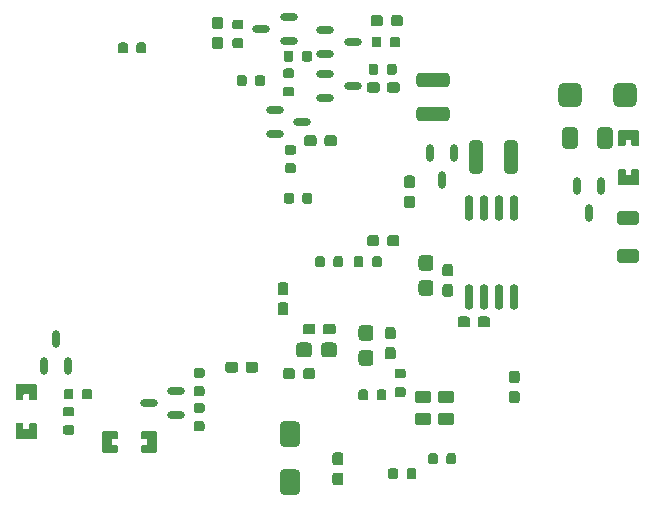
<source format=gbp>
G04 Layer_Color=128*
%FSLAX24Y24*%
%MOIN*%
G70*
G01*
G75*
G04:AMPARAMS|DCode=12|XSize=82.7mil|YSize=78.7mil|CornerRadius=19.7mil|HoleSize=0mil|Usage=FLASHONLY|Rotation=270.000|XOffset=0mil|YOffset=0mil|HoleType=Round|Shape=RoundedRectangle|*
%AMROUNDEDRECTD12*
21,1,0.0827,0.0394,0,0,270.0*
21,1,0.0433,0.0787,0,0,270.0*
1,1,0.0394,-0.0197,-0.0217*
1,1,0.0394,-0.0197,0.0217*
1,1,0.0394,0.0197,0.0217*
1,1,0.0394,0.0197,-0.0217*
%
%ADD12ROUNDEDRECTD12*%
G04:AMPARAMS|DCode=19|XSize=110.2mil|YSize=47.2mil|CornerRadius=11.8mil|HoleSize=0mil|Usage=FLASHONLY|Rotation=90.000|XOffset=0mil|YOffset=0mil|HoleType=Round|Shape=RoundedRectangle|*
%AMROUNDEDRECTD19*
21,1,0.1102,0.0236,0,0,90.0*
21,1,0.0866,0.0472,0,0,90.0*
1,1,0.0236,0.0118,0.0433*
1,1,0.0236,0.0118,-0.0433*
1,1,0.0236,-0.0118,-0.0433*
1,1,0.0236,-0.0118,0.0433*
%
%ADD19ROUNDEDRECTD19*%
G04:AMPARAMS|DCode=53|XSize=54mil|YSize=50mil|CornerRadius=12.5mil|HoleSize=0mil|Usage=FLASHONLY|Rotation=90.000|XOffset=0mil|YOffset=0mil|HoleType=Round|Shape=RoundedRectangle|*
%AMROUNDEDRECTD53*
21,1,0.0540,0.0250,0,0,90.0*
21,1,0.0290,0.0500,0,0,90.0*
1,1,0.0250,0.0125,0.0145*
1,1,0.0250,0.0125,-0.0145*
1,1,0.0250,-0.0125,-0.0145*
1,1,0.0250,-0.0125,0.0145*
%
%ADD53ROUNDEDRECTD53*%
%ADD54O,0.0295X0.0850*%
%ADD55O,0.0591X0.0281*%
%ADD56O,0.0281X0.0591*%
G04:AMPARAMS|DCode=57|XSize=54mil|YSize=50mil|CornerRadius=12.5mil|HoleSize=0mil|Usage=FLASHONLY|Rotation=0.000|XOffset=0mil|YOffset=0mil|HoleType=Round|Shape=RoundedRectangle|*
%AMROUNDEDRECTD57*
21,1,0.0540,0.0250,0,0,0.0*
21,1,0.0290,0.0500,0,0,0.0*
1,1,0.0250,0.0145,-0.0125*
1,1,0.0250,-0.0145,-0.0125*
1,1,0.0250,-0.0145,0.0125*
1,1,0.0250,0.0145,0.0125*
%
%ADD57ROUNDEDRECTD57*%
G04:AMPARAMS|DCode=59|XSize=86.6mil|YSize=68.9mil|CornerRadius=17.2mil|HoleSize=0mil|Usage=FLASHONLY|Rotation=90.000|XOffset=0mil|YOffset=0mil|HoleType=Round|Shape=RoundedRectangle|*
%AMROUNDEDRECTD59*
21,1,0.0866,0.0344,0,0,90.0*
21,1,0.0522,0.0689,0,0,90.0*
1,1,0.0344,0.0172,0.0261*
1,1,0.0344,0.0172,-0.0261*
1,1,0.0344,-0.0172,-0.0261*
1,1,0.0344,-0.0172,0.0261*
%
%ADD59ROUNDEDRECTD59*%
G04:AMPARAMS|DCode=60|XSize=55.1mil|YSize=41.3mil|CornerRadius=10.3mil|HoleSize=0mil|Usage=FLASHONLY|Rotation=180.000|XOffset=0mil|YOffset=0mil|HoleType=Round|Shape=RoundedRectangle|*
%AMROUNDEDRECTD60*
21,1,0.0551,0.0207,0,0,180.0*
21,1,0.0344,0.0413,0,0,180.0*
1,1,0.0207,-0.0172,0.0103*
1,1,0.0207,0.0172,0.0103*
1,1,0.0207,0.0172,-0.0103*
1,1,0.0207,-0.0172,-0.0103*
%
%ADD60ROUNDEDRECTD60*%
G04:AMPARAMS|DCode=61|XSize=47.2mil|YSize=74.8mil|CornerRadius=11.8mil|HoleSize=0mil|Usage=FLASHONLY|Rotation=270.000|XOffset=0mil|YOffset=0mil|HoleType=Round|Shape=RoundedRectangle|*
%AMROUNDEDRECTD61*
21,1,0.0472,0.0512,0,0,270.0*
21,1,0.0236,0.0748,0,0,270.0*
1,1,0.0236,-0.0256,-0.0118*
1,1,0.0236,-0.0256,0.0118*
1,1,0.0236,0.0256,0.0118*
1,1,0.0236,0.0256,-0.0118*
%
%ADD61ROUNDEDRECTD61*%
G04:AMPARAMS|DCode=62|XSize=55.1mil|YSize=70.9mil|CornerRadius=13.8mil|HoleSize=0mil|Usage=FLASHONLY|Rotation=180.000|XOffset=0mil|YOffset=0mil|HoleType=Round|Shape=RoundedRectangle|*
%AMROUNDEDRECTD62*
21,1,0.0551,0.0433,0,0,180.0*
21,1,0.0276,0.0709,0,0,180.0*
1,1,0.0276,-0.0138,0.0217*
1,1,0.0276,0.0138,0.0217*
1,1,0.0276,0.0138,-0.0217*
1,1,0.0276,-0.0138,-0.0217*
%
%ADD62ROUNDEDRECTD62*%
G04:AMPARAMS|DCode=63|XSize=110.2mil|YSize=47.2mil|CornerRadius=11.8mil|HoleSize=0mil|Usage=FLASHONLY|Rotation=0.000|XOffset=0mil|YOffset=0mil|HoleType=Round|Shape=RoundedRectangle|*
%AMROUNDEDRECTD63*
21,1,0.1102,0.0236,0,0,0.0*
21,1,0.0866,0.0472,0,0,0.0*
1,1,0.0236,0.0433,-0.0118*
1,1,0.0236,-0.0433,-0.0118*
1,1,0.0236,-0.0433,0.0118*
1,1,0.0236,0.0433,0.0118*
%
%ADD63ROUNDEDRECTD63*%
G36*
X32631Y29565D02*
X32658Y29547D01*
X32675Y29521D01*
X32682Y29489D01*
Y29329D01*
X32675Y29298D01*
X32658Y29272D01*
X32631Y29254D01*
X32600Y29248D01*
X32400D01*
X32369Y29254D01*
X32342Y29272D01*
X32325Y29298D01*
X32318Y29329D01*
Y29489D01*
X32325Y29521D01*
X32342Y29547D01*
X32369Y29565D01*
X32400Y29571D01*
X32600D01*
X32631Y29565D01*
D02*
G37*
G36*
X39334Y29535D02*
X39360Y29517D01*
X39378Y29491D01*
X39384Y29460D01*
Y29300D01*
X39378Y29269D01*
X39360Y29242D01*
X39334Y29224D01*
X39303Y29218D01*
X39103D01*
X39072Y29224D01*
X39045Y29242D01*
X39027Y29269D01*
X39021Y29300D01*
Y29460D01*
X39027Y29491D01*
X39045Y29517D01*
X39072Y29535D01*
X39103Y29541D01*
X39303D01*
X39334Y29535D01*
D02*
G37*
G36*
X34402Y29771D02*
X34432Y29751D01*
X34452Y29722D01*
X34459Y29686D01*
Y29506D01*
X34452Y29471D01*
X34432Y29442D01*
X34402Y29422D01*
X34367Y29415D01*
X34137D01*
X34102Y29422D01*
X34072Y29442D01*
X34053Y29471D01*
X34046Y29506D01*
Y29686D01*
X34053Y29722D01*
X34072Y29751D01*
X34102Y29771D01*
X34137Y29778D01*
X34367D01*
X34402Y29771D01*
D02*
G37*
G36*
X33732D02*
X33762Y29751D01*
X33782Y29722D01*
X33789Y29686D01*
Y29506D01*
X33782Y29471D01*
X33762Y29442D01*
X33732Y29422D01*
X33697Y29415D01*
X33467D01*
X33432Y29422D01*
X33402Y29442D01*
X33383Y29471D01*
X33376Y29506D01*
Y29686D01*
X33383Y29722D01*
X33402Y29751D01*
X33432Y29771D01*
X33467Y29778D01*
X33697D01*
X33732Y29771D01*
D02*
G37*
G36*
X36312Y29555D02*
X36342Y29535D01*
X36362Y29505D01*
X36369Y29470D01*
Y29290D01*
X36362Y29255D01*
X36342Y29225D01*
X36312Y29205D01*
X36277Y29198D01*
X36047D01*
X36012Y29205D01*
X35982Y29225D01*
X35962Y29255D01*
X35955Y29290D01*
Y29470D01*
X35962Y29505D01*
X35982Y29535D01*
X36012Y29555D01*
X36047Y29562D01*
X36277D01*
X36312Y29555D01*
D02*
G37*
G36*
X32631Y28955D02*
X32658Y28937D01*
X32675Y28911D01*
X32682Y28879D01*
Y28719D01*
X32675Y28688D01*
X32658Y28662D01*
X32631Y28644D01*
X32600Y28638D01*
X32400D01*
X32369Y28644D01*
X32342Y28662D01*
X32325Y28688D01*
X32318Y28719D01*
Y28879D01*
X32325Y28911D01*
X32342Y28937D01*
X32369Y28955D01*
X32400Y28961D01*
X32600D01*
X32631Y28955D01*
D02*
G37*
G36*
X39334Y28925D02*
X39360Y28907D01*
X39378Y28881D01*
X39384Y28850D01*
Y28690D01*
X39378Y28659D01*
X39360Y28632D01*
X39334Y28614D01*
X39303Y28608D01*
X39103D01*
X39072Y28614D01*
X39045Y28632D01*
X39027Y28659D01*
X39021Y28690D01*
Y28850D01*
X39027Y28881D01*
X39045Y28907D01*
X39072Y28925D01*
X39103Y28931D01*
X39303D01*
X39334Y28925D01*
D02*
G37*
G36*
X35642Y29555D02*
X35672Y29535D01*
X35692Y29505D01*
X35699Y29470D01*
Y29290D01*
X35692Y29255D01*
X35672Y29225D01*
X35642Y29205D01*
X35607Y29198D01*
X35377D01*
X35342Y29205D01*
X35312Y29225D01*
X35292Y29255D01*
X35285Y29290D01*
Y29470D01*
X35292Y29505D01*
X35312Y29535D01*
X35342Y29555D01*
X35377Y29562D01*
X35607D01*
X35642Y29555D01*
D02*
G37*
G36*
X43127Y29472D02*
X43157Y29452D01*
X43177Y29422D01*
X43184Y29387D01*
Y29157D01*
X43177Y29122D01*
X43157Y29092D01*
X43127Y29072D01*
X43092Y29065D01*
X42912D01*
X42877Y29072D01*
X42847Y29092D01*
X42827Y29122D01*
X42820Y29157D01*
Y29387D01*
X42827Y29422D01*
X42847Y29452D01*
X42877Y29472D01*
X42912Y29479D01*
X43092D01*
X43127Y29472D01*
D02*
G37*
G36*
X35420Y31745D02*
X35450Y31725D01*
X35470Y31695D01*
X35477Y31660D01*
Y31430D01*
X35470Y31395D01*
X35450Y31365D01*
X35420Y31345D01*
X35385Y31338D01*
X35205D01*
X35170Y31345D01*
X35140Y31365D01*
X35120Y31395D01*
X35114Y31430D01*
Y31660D01*
X35120Y31695D01*
X35140Y31725D01*
X35170Y31745D01*
X35205Y31752D01*
X35385D01*
X35420Y31745D01*
D02*
G37*
G36*
X42139Y31277D02*
X42168Y31257D01*
X42188Y31227D01*
X42195Y31192D01*
Y31012D01*
X42188Y30977D01*
X42168Y30947D01*
X42139Y30928D01*
X42104Y30921D01*
X41874D01*
X41838Y30928D01*
X41809Y30947D01*
X41789Y30977D01*
X41782Y31012D01*
Y31192D01*
X41789Y31227D01*
X41809Y31257D01*
X41838Y31277D01*
X41874Y31284D01*
X42104D01*
X42139Y31277D01*
D02*
G37*
G36*
X35420Y32415D02*
X35450Y32395D01*
X35470Y32365D01*
X35477Y32330D01*
Y32100D01*
X35470Y32065D01*
X35450Y32035D01*
X35420Y32015D01*
X35385Y32008D01*
X35205D01*
X35170Y32015D01*
X35140Y32035D01*
X35120Y32065D01*
X35114Y32100D01*
Y32330D01*
X35120Y32365D01*
X35140Y32395D01*
X35170Y32415D01*
X35205Y32422D01*
X35385D01*
X35420Y32415D01*
D02*
G37*
G36*
X40913Y32355D02*
X40942Y32335D01*
X40962Y32305D01*
X40969Y32270D01*
Y32040D01*
X40962Y32005D01*
X40942Y31975D01*
X40913Y31955D01*
X40877Y31948D01*
X40697D01*
X40662Y31955D01*
X40633Y31975D01*
X40613Y32005D01*
X40606Y32040D01*
Y32270D01*
X40613Y32305D01*
X40633Y32335D01*
X40662Y32355D01*
X40697Y32362D01*
X40877D01*
X40913Y32355D01*
D02*
G37*
G36*
X41469Y31277D02*
X41498Y31257D01*
X41518Y31227D01*
X41525Y31192D01*
Y31012D01*
X41518Y30977D01*
X41498Y30947D01*
X41469Y30928D01*
X41434Y30921D01*
X41204D01*
X41168Y30928D01*
X41139Y30947D01*
X41119Y30977D01*
X41112Y31012D01*
Y31192D01*
X41119Y31227D01*
X41139Y31257D01*
X41168Y31277D01*
X41204Y31284D01*
X41434D01*
X41469Y31277D01*
D02*
G37*
G36*
X38993Y30928D02*
X39023Y30909D01*
X39043Y30879D01*
X39050Y30844D01*
Y30614D01*
X39043Y30579D01*
X39023Y30549D01*
X38993Y30529D01*
X38958Y30522D01*
X38778D01*
X38743Y30529D01*
X38713Y30549D01*
X38693Y30579D01*
X38686Y30614D01*
Y30844D01*
X38693Y30879D01*
X38713Y30909D01*
X38743Y30928D01*
X38778Y30935D01*
X38958D01*
X38993Y30928D01*
D02*
G37*
G36*
Y30258D02*
X39023Y30239D01*
X39043Y30209D01*
X39050Y30174D01*
Y29944D01*
X39043Y29909D01*
X39023Y29879D01*
X38993Y29859D01*
X38958Y29852D01*
X38778D01*
X38743Y29859D01*
X38713Y29879D01*
X38693Y29909D01*
X38686Y29944D01*
Y30174D01*
X38693Y30209D01*
X38713Y30239D01*
X38743Y30258D01*
X38778Y30265D01*
X38958D01*
X38993Y30258D01*
D02*
G37*
G36*
X36991Y31041D02*
X37021Y31021D01*
X37041Y30991D01*
X37048Y30956D01*
Y30776D01*
X37041Y30741D01*
X37021Y30711D01*
X36991Y30691D01*
X36956Y30684D01*
X36726D01*
X36691Y30691D01*
X36661Y30711D01*
X36641Y30741D01*
X36634Y30776D01*
Y30956D01*
X36641Y30991D01*
X36661Y31021D01*
X36691Y31041D01*
X36726Y31048D01*
X36956D01*
X36991Y31041D01*
D02*
G37*
G36*
X36321D02*
X36351Y31021D01*
X36371Y30991D01*
X36378Y30956D01*
Y30776D01*
X36371Y30741D01*
X36351Y30711D01*
X36321Y30691D01*
X36286Y30684D01*
X36056D01*
X36021Y30691D01*
X35991Y30711D01*
X35971Y30741D01*
X35964Y30776D01*
Y30956D01*
X35971Y30991D01*
X35991Y31021D01*
X36021Y31041D01*
X36056Y31048D01*
X36286D01*
X36321Y31041D01*
D02*
G37*
G36*
X28871Y28876D02*
X28897Y28858D01*
X28915Y28832D01*
X28921Y28801D01*
Y28601D01*
X28915Y28570D01*
X28897Y28543D01*
X28871Y28525D01*
X28840Y28519D01*
X28680D01*
X28649Y28525D01*
X28622Y28543D01*
X28604Y28570D01*
X28598Y28601D01*
Y28801D01*
X28604Y28832D01*
X28622Y28858D01*
X28649Y28876D01*
X28680Y28882D01*
X28840D01*
X28871Y28876D01*
D02*
G37*
G36*
X29774Y27458D02*
X29783Y27437D01*
Y27234D01*
X29774Y27213D01*
X29754Y27205D01*
X29616D01*
X29595Y27196D01*
X29586Y27175D01*
Y27037D01*
X29595Y27017D01*
X29616Y27008D01*
X29754D01*
X29774Y26999D01*
X29783Y26978D01*
Y26776D01*
X29774Y26755D01*
X29754Y26746D01*
X29301D01*
X29280Y26755D01*
X29271Y26776D01*
Y27437D01*
X29280Y27458D01*
X29301Y27467D01*
X29754D01*
X29774Y27458D01*
D02*
G37*
G36*
X41017Y26721D02*
X41043Y26703D01*
X41061Y26676D01*
X41067Y26645D01*
Y26445D01*
X41061Y26414D01*
X41043Y26388D01*
X41017Y26370D01*
X40985Y26364D01*
X40825D01*
X40794Y26370D01*
X40768Y26388D01*
X40750Y26414D01*
X40744Y26445D01*
Y26645D01*
X40750Y26676D01*
X40768Y26703D01*
X40794Y26721D01*
X40825Y26727D01*
X40985D01*
X41017Y26721D01*
D02*
G37*
G36*
X28281Y27665D02*
X28307Y27648D01*
X28325Y27621D01*
X28331Y27590D01*
Y27430D01*
X28325Y27399D01*
X28307Y27372D01*
X28281Y27355D01*
X28250Y27348D01*
X28050D01*
X28018Y27355D01*
X27992Y27372D01*
X27974Y27399D01*
X27968Y27430D01*
Y27590D01*
X27974Y27621D01*
X27992Y27648D01*
X28018Y27665D01*
X28050Y27672D01*
X28250D01*
X28281Y27665D01*
D02*
G37*
G36*
X31074Y27458D02*
X31083Y27437D01*
Y26776D01*
X31074Y26755D01*
X31054Y26746D01*
X30601D01*
X30580Y26755D01*
X30571Y26776D01*
Y26978D01*
X30580Y26999D01*
X30601Y27008D01*
X30739D01*
X30759Y27017D01*
X30768Y27037D01*
Y27175D01*
X30759Y27196D01*
X30739Y27205D01*
X30601D01*
X30580Y27213D01*
X30571Y27234D01*
Y27437D01*
X30580Y27458D01*
X30601Y27467D01*
X31054D01*
X31074Y27458D01*
D02*
G37*
G36*
X40407Y26721D02*
X40433Y26703D01*
X40451Y26676D01*
X40457Y26645D01*
Y26445D01*
X40451Y26414D01*
X40433Y26388D01*
X40407Y26370D01*
X40375Y26364D01*
X40215D01*
X40184Y26370D01*
X40158Y26388D01*
X40140Y26414D01*
X40134Y26445D01*
Y26645D01*
X40140Y26676D01*
X40158Y26703D01*
X40184Y26721D01*
X40215Y26727D01*
X40375D01*
X40407Y26721D01*
D02*
G37*
G36*
X39078Y26229D02*
X39104Y26211D01*
X39122Y26184D01*
X39128Y26153D01*
Y25953D01*
X39122Y25922D01*
X39104Y25895D01*
X39078Y25878D01*
X39047Y25872D01*
X38887D01*
X38855Y25878D01*
X38829Y25895D01*
X38811Y25922D01*
X38805Y25953D01*
Y26153D01*
X38811Y26184D01*
X38829Y26211D01*
X38855Y26229D01*
X38887Y26235D01*
X39047D01*
X39078Y26229D01*
D02*
G37*
G36*
X37251Y26075D02*
X37281Y26056D01*
X37301Y26026D01*
X37308Y25991D01*
Y25761D01*
X37301Y25726D01*
X37281Y25696D01*
X37251Y25676D01*
X37216Y25669D01*
X37036D01*
X37001Y25676D01*
X36971Y25696D01*
X36951Y25726D01*
X36944Y25761D01*
Y25991D01*
X36951Y26026D01*
X36971Y26056D01*
X37001Y26075D01*
X37036Y26082D01*
X37216D01*
X37251Y26075D01*
D02*
G37*
G36*
Y26745D02*
X37281Y26726D01*
X37301Y26696D01*
X37308Y26661D01*
Y26431D01*
X37301Y26396D01*
X37281Y26366D01*
X37251Y26346D01*
X37216Y26339D01*
X37036D01*
X37001Y26346D01*
X36971Y26366D01*
X36951Y26396D01*
X36944Y26431D01*
Y26661D01*
X36951Y26696D01*
X36971Y26726D01*
X37001Y26745D01*
X37036Y26752D01*
X37216D01*
X37251Y26745D01*
D02*
G37*
G36*
X39688Y26229D02*
X39714Y26211D01*
X39732Y26184D01*
X39738Y26153D01*
Y25953D01*
X39732Y25922D01*
X39714Y25895D01*
X39688Y25878D01*
X39657Y25872D01*
X39497D01*
X39465Y25878D01*
X39439Y25895D01*
X39421Y25922D01*
X39415Y25953D01*
Y26153D01*
X39421Y26184D01*
X39439Y26211D01*
X39465Y26229D01*
X39497Y26235D01*
X39657D01*
X39688Y26229D01*
D02*
G37*
G36*
X38694Y28847D02*
X38720Y28829D01*
X38738Y28802D01*
X38744Y28771D01*
Y28571D01*
X38738Y28540D01*
X38720Y28514D01*
X38694Y28496D01*
X38663Y28490D01*
X38503D01*
X38471Y28496D01*
X38445Y28514D01*
X38427Y28540D01*
X38421Y28571D01*
Y28771D01*
X38427Y28802D01*
X38445Y28829D01*
X38471Y28847D01*
X38503Y28853D01*
X38663D01*
X38694Y28847D01*
D02*
G37*
G36*
X38084D02*
X38110Y28829D01*
X38128Y28802D01*
X38134Y28771D01*
Y28571D01*
X38128Y28540D01*
X38110Y28514D01*
X38084Y28496D01*
X38053Y28490D01*
X37893D01*
X37861Y28496D01*
X37835Y28514D01*
X37817Y28540D01*
X37811Y28571D01*
Y28771D01*
X37817Y28802D01*
X37835Y28829D01*
X37861Y28847D01*
X37893Y28853D01*
X38053D01*
X38084Y28847D01*
D02*
G37*
G36*
X28261Y28876D02*
X28287Y28858D01*
X28305Y28832D01*
X28311Y28801D01*
Y28601D01*
X28305Y28570D01*
X28287Y28543D01*
X28261Y28525D01*
X28230Y28519D01*
X28070D01*
X28039Y28525D01*
X28012Y28543D01*
X27994Y28570D01*
X27988Y28601D01*
Y28801D01*
X27994Y28832D01*
X28012Y28858D01*
X28039Y28876D01*
X28070Y28882D01*
X28230D01*
X28261Y28876D01*
D02*
G37*
G36*
X27094Y29007D02*
X27102Y28987D01*
Y28534D01*
X27094Y28513D01*
X27073Y28504D01*
X26870D01*
X26849Y28513D01*
X26841Y28534D01*
Y28672D01*
X26832Y28693D01*
X26811Y28701D01*
X26673D01*
X26652Y28693D01*
X26644Y28672D01*
Y28534D01*
X26635Y28513D01*
X26614Y28504D01*
X26411D01*
X26391Y28513D01*
X26382Y28534D01*
Y28987D01*
X26391Y29007D01*
X26411Y29016D01*
X27073D01*
X27094Y29007D01*
D02*
G37*
G36*
X43127Y28802D02*
X43157Y28782D01*
X43177Y28752D01*
X43184Y28717D01*
Y28487D01*
X43177Y28452D01*
X43157Y28422D01*
X43127Y28402D01*
X43092Y28395D01*
X42912D01*
X42877Y28402D01*
X42847Y28422D01*
X42827Y28452D01*
X42820Y28487D01*
Y28717D01*
X42827Y28752D01*
X42847Y28782D01*
X42877Y28802D01*
X42912Y28809D01*
X43092D01*
X43127Y28802D01*
D02*
G37*
G36*
X27094Y27707D02*
X27102Y27687D01*
Y27234D01*
X27094Y27213D01*
X27073Y27204D01*
X26411D01*
X26391Y27213D01*
X26382Y27234D01*
Y27687D01*
X26391Y27707D01*
X26411Y27716D01*
X26614D01*
X26635Y27707D01*
X26644Y27687D01*
Y27549D01*
X26652Y27528D01*
X26673Y27519D01*
X26811D01*
X26832Y27528D01*
X26841Y27549D01*
Y27687D01*
X26849Y27707D01*
X26870Y27716D01*
X27073D01*
X27094Y27707D01*
D02*
G37*
G36*
X32631Y27783D02*
X32658Y27766D01*
X32675Y27739D01*
X32682Y27708D01*
Y27548D01*
X32675Y27517D01*
X32658Y27490D01*
X32631Y27473D01*
X32600Y27466D01*
X32400D01*
X32369Y27473D01*
X32342Y27490D01*
X32325Y27517D01*
X32318Y27548D01*
Y27708D01*
X32325Y27739D01*
X32342Y27766D01*
X32369Y27783D01*
X32400Y27790D01*
X32600D01*
X32631Y27783D01*
D02*
G37*
G36*
Y28393D02*
X32658Y28376D01*
X32675Y28349D01*
X32682Y28318D01*
Y28158D01*
X32675Y28127D01*
X32658Y28100D01*
X32631Y28083D01*
X32600Y28077D01*
X32400D01*
X32369Y28083D01*
X32342Y28100D01*
X32325Y28127D01*
X32318Y28158D01*
Y28318D01*
X32325Y28349D01*
X32342Y28376D01*
X32369Y28393D01*
X32400Y28400D01*
X32600D01*
X32631Y28393D01*
D02*
G37*
G36*
X28281Y28275D02*
X28307Y28258D01*
X28325Y28231D01*
X28331Y28200D01*
Y28040D01*
X28325Y28009D01*
X28307Y27982D01*
X28281Y27965D01*
X28250Y27958D01*
X28050D01*
X28018Y27965D01*
X27992Y27982D01*
X27974Y28009D01*
X27968Y28040D01*
Y28200D01*
X27974Y28231D01*
X27992Y28258D01*
X28018Y28275D01*
X28050Y28282D01*
X28250D01*
X28281Y28275D01*
D02*
G37*
G36*
X35594Y40136D02*
X35620Y40118D01*
X35638Y40092D01*
X35644Y40061D01*
Y39861D01*
X35638Y39829D01*
X35620Y39803D01*
X35594Y39785D01*
X35562Y39779D01*
X35402D01*
X35371Y39785D01*
X35345Y39803D01*
X35327Y39829D01*
X35321Y39861D01*
Y40061D01*
X35327Y40092D01*
X35345Y40118D01*
X35371Y40136D01*
X35402Y40142D01*
X35562D01*
X35594Y40136D01*
D02*
G37*
G36*
X39028Y39703D02*
X39055Y39685D01*
X39073Y39659D01*
X39079Y39628D01*
Y39428D01*
X39073Y39396D01*
X39055Y39370D01*
X39028Y39352D01*
X38997Y39346D01*
X38837D01*
X38806Y39352D01*
X38780Y39370D01*
X38762Y39396D01*
X38756Y39428D01*
Y39628D01*
X38762Y39659D01*
X38780Y39685D01*
X38806Y39703D01*
X38837Y39709D01*
X38997D01*
X39028Y39703D01*
D02*
G37*
G36*
X30072Y40412D02*
X30098Y40394D01*
X30116Y40367D01*
X30122Y40336D01*
Y40136D01*
X30116Y40105D01*
X30098Y40079D01*
X30072Y40061D01*
X30041Y40055D01*
X29881D01*
X29850Y40061D01*
X29823Y40079D01*
X29805Y40105D01*
X29799Y40136D01*
Y40336D01*
X29805Y40367D01*
X29823Y40394D01*
X29850Y40412D01*
X29881Y40418D01*
X30041D01*
X30072Y40412D01*
D02*
G37*
G36*
X36204Y40136D02*
X36230Y40118D01*
X36248Y40092D01*
X36254Y40061D01*
Y39861D01*
X36248Y39829D01*
X36230Y39803D01*
X36204Y39785D01*
X36172Y39779D01*
X36012D01*
X35981Y39785D01*
X35955Y39803D01*
X35937Y39829D01*
X35931Y39861D01*
Y40061D01*
X35937Y40092D01*
X35955Y40118D01*
X35981Y40136D01*
X36012Y40142D01*
X36172D01*
X36204Y40136D01*
D02*
G37*
G36*
X38418Y39703D02*
X38445Y39685D01*
X38463Y39659D01*
X38469Y39628D01*
Y39428D01*
X38463Y39396D01*
X38445Y39370D01*
X38418Y39352D01*
X38387Y39346D01*
X38227D01*
X38196Y39352D01*
X38170Y39370D01*
X38152Y39396D01*
X38146Y39428D01*
Y39628D01*
X38152Y39659D01*
X38170Y39685D01*
X38196Y39703D01*
X38227Y39709D01*
X38387D01*
X38418Y39703D01*
D02*
G37*
G36*
X34029Y39329D02*
X34055Y39311D01*
X34073Y39285D01*
X34079Y39254D01*
Y39054D01*
X34073Y39022D01*
X34055Y38996D01*
X34029Y38978D01*
X33997Y38972D01*
X33837D01*
X33806Y38978D01*
X33780Y38996D01*
X33762Y39022D01*
X33756Y39054D01*
Y39254D01*
X33762Y39285D01*
X33780Y39311D01*
X33806Y39329D01*
X33837Y39335D01*
X33997D01*
X34029Y39329D01*
D02*
G37*
G36*
X39127Y39102D02*
X39157Y39082D01*
X39177Y39052D01*
X39183Y39017D01*
Y38837D01*
X39177Y38802D01*
X39157Y38772D01*
X39127Y38752D01*
X39092Y38745D01*
X38862D01*
X38827Y38752D01*
X38797Y38772D01*
X38777Y38802D01*
X38770Y38837D01*
Y39017D01*
X38777Y39052D01*
X38797Y39082D01*
X38827Y39102D01*
X38862Y39109D01*
X39092D01*
X39127Y39102D01*
D02*
G37*
G36*
X35614Y39545D02*
X35640Y39527D01*
X35658Y39501D01*
X35664Y39470D01*
Y39310D01*
X35658Y39278D01*
X35640Y39252D01*
X35614Y39234D01*
X35582Y39228D01*
X35382D01*
X35351Y39234D01*
X35325Y39252D01*
X35307Y39278D01*
X35301Y39310D01*
Y39470D01*
X35307Y39501D01*
X35325Y39527D01*
X35351Y39545D01*
X35382Y39551D01*
X35582D01*
X35614Y39545D01*
D02*
G37*
G36*
X34639Y39329D02*
X34665Y39311D01*
X34683Y39285D01*
X34689Y39254D01*
Y39054D01*
X34683Y39022D01*
X34665Y38996D01*
X34639Y38978D01*
X34607Y38972D01*
X34447D01*
X34416Y38978D01*
X34390Y38996D01*
X34372Y39022D01*
X34366Y39054D01*
Y39254D01*
X34372Y39285D01*
X34390Y39311D01*
X34416Y39329D01*
X34447Y39335D01*
X34607D01*
X34639Y39329D01*
D02*
G37*
G36*
X33245Y41273D02*
X33275Y41253D01*
X33295Y41223D01*
X33302Y41188D01*
Y40958D01*
X33295Y40923D01*
X33275Y40893D01*
X33245Y40873D01*
X33210Y40866D01*
X33030D01*
X32995Y40873D01*
X32965Y40893D01*
X32945Y40923D01*
X32938Y40958D01*
Y41188D01*
X32945Y41223D01*
X32965Y41253D01*
X32995Y41273D01*
X33030Y41280D01*
X33210D01*
X33245Y41273D01*
D02*
G37*
G36*
X33921Y41169D02*
X33947Y41151D01*
X33965Y41125D01*
X33971Y41094D01*
Y40934D01*
X33965Y40902D01*
X33947Y40876D01*
X33921Y40858D01*
X33889Y40852D01*
X33689D01*
X33658Y40858D01*
X33632Y40876D01*
X33614Y40902D01*
X33608Y40934D01*
Y41094D01*
X33614Y41125D01*
X33632Y41151D01*
X33658Y41169D01*
X33689Y41175D01*
X33889D01*
X33921Y41169D01*
D02*
G37*
G36*
X39245Y41317D02*
X39275Y41297D01*
X39295Y41267D01*
X39302Y41232D01*
Y41052D01*
X39295Y41017D01*
X39275Y40987D01*
X39245Y40967D01*
X39210Y40960D01*
X38980D01*
X38945Y40967D01*
X38915Y40987D01*
X38895Y41017D01*
X38888Y41052D01*
Y41232D01*
X38895Y41267D01*
X38915Y41297D01*
X38945Y41317D01*
X38980Y41323D01*
X39210D01*
X39245Y41317D01*
D02*
G37*
G36*
X38575D02*
X38605Y41297D01*
X38625Y41267D01*
X38632Y41232D01*
Y41052D01*
X38625Y41017D01*
X38605Y40987D01*
X38575Y40967D01*
X38540Y40960D01*
X38310D01*
X38275Y40967D01*
X38245Y40987D01*
X38225Y41017D01*
X38218Y41052D01*
Y41232D01*
X38225Y41267D01*
X38245Y41297D01*
X38275Y41317D01*
X38310Y41323D01*
X38540D01*
X38575Y41317D01*
D02*
G37*
G36*
X39137Y40608D02*
X39163Y40591D01*
X39181Y40564D01*
X39187Y40533D01*
Y40333D01*
X39181Y40302D01*
X39163Y40275D01*
X39137Y40258D01*
X39105Y40251D01*
X38945D01*
X38914Y40258D01*
X38888Y40275D01*
X38870Y40302D01*
X38864Y40333D01*
Y40533D01*
X38870Y40564D01*
X38888Y40591D01*
X38914Y40608D01*
X38945Y40615D01*
X39105D01*
X39137Y40608D01*
D02*
G37*
G36*
X33245Y40603D02*
X33275Y40583D01*
X33295Y40553D01*
X33302Y40518D01*
Y40288D01*
X33295Y40253D01*
X33275Y40223D01*
X33245Y40203D01*
X33210Y40196D01*
X33030D01*
X32995Y40203D01*
X32965Y40223D01*
X32945Y40253D01*
X32938Y40288D01*
Y40518D01*
X32945Y40553D01*
X32965Y40583D01*
X32995Y40603D01*
X33030Y40610D01*
X33210D01*
X33245Y40603D01*
D02*
G37*
G36*
X30682Y40412D02*
X30708Y40394D01*
X30726Y40367D01*
X30732Y40336D01*
Y40136D01*
X30726Y40105D01*
X30708Y40079D01*
X30682Y40061D01*
X30651Y40055D01*
X30491D01*
X30460Y40061D01*
X30433Y40079D01*
X30415Y40105D01*
X30409Y40136D01*
Y40336D01*
X30415Y40367D01*
X30433Y40394D01*
X30460Y40412D01*
X30491Y40418D01*
X30651D01*
X30682Y40412D01*
D02*
G37*
G36*
X38527Y40608D02*
X38553Y40591D01*
X38571Y40564D01*
X38577Y40533D01*
Y40333D01*
X38571Y40302D01*
X38553Y40275D01*
X38527Y40258D01*
X38495Y40251D01*
X38335D01*
X38304Y40258D01*
X38278Y40275D01*
X38260Y40302D01*
X38254Y40333D01*
Y40533D01*
X38260Y40564D01*
X38278Y40591D01*
X38304Y40608D01*
X38335Y40615D01*
X38495D01*
X38527Y40608D01*
D02*
G37*
G36*
X33921Y40559D02*
X33947Y40541D01*
X33965Y40515D01*
X33971Y40484D01*
Y40324D01*
X33965Y40292D01*
X33947Y40266D01*
X33921Y40248D01*
X33889Y40242D01*
X33689D01*
X33658Y40248D01*
X33632Y40266D01*
X33614Y40292D01*
X33608Y40324D01*
Y40484D01*
X33614Y40515D01*
X33632Y40541D01*
X33658Y40559D01*
X33689Y40565D01*
X33889D01*
X33921Y40559D01*
D02*
G37*
G36*
X38457Y39102D02*
X38487Y39082D01*
X38507Y39052D01*
X38513Y39017D01*
Y38837D01*
X38507Y38802D01*
X38487Y38772D01*
X38457Y38752D01*
X38422Y38745D01*
X38192D01*
X38157Y38752D01*
X38127Y38772D01*
X38107Y38802D01*
X38100Y38837D01*
Y39017D01*
X38107Y39052D01*
X38127Y39082D01*
X38157Y39102D01*
X38192Y39109D01*
X38422D01*
X38457Y39102D01*
D02*
G37*
G36*
X39117Y33984D02*
X39147Y33964D01*
X39167Y33934D01*
X39174Y33899D01*
Y33719D01*
X39167Y33684D01*
X39147Y33654D01*
X39117Y33634D01*
X39082Y33627D01*
X38852D01*
X38817Y33634D01*
X38787Y33654D01*
X38767Y33684D01*
X38760Y33719D01*
Y33899D01*
X38767Y33934D01*
X38787Y33964D01*
X38817Y33984D01*
X38852Y33991D01*
X39082D01*
X39117Y33984D01*
D02*
G37*
G36*
X38447D02*
X38477Y33964D01*
X38497Y33934D01*
X38504Y33899D01*
Y33719D01*
X38497Y33684D01*
X38477Y33654D01*
X38447Y33634D01*
X38412Y33627D01*
X38182D01*
X38147Y33634D01*
X38117Y33654D01*
X38097Y33684D01*
X38090Y33719D01*
Y33899D01*
X38097Y33934D01*
X38117Y33964D01*
X38147Y33984D01*
X38182Y33991D01*
X38412D01*
X38447Y33984D01*
D02*
G37*
G36*
X35603Y35402D02*
X35630Y35384D01*
X35648Y35358D01*
X35654Y35326D01*
Y35126D01*
X35648Y35095D01*
X35630Y35069D01*
X35603Y35051D01*
X35572Y35045D01*
X35412D01*
X35381Y35051D01*
X35355Y35069D01*
X35337Y35095D01*
X35331Y35126D01*
Y35326D01*
X35337Y35358D01*
X35355Y35384D01*
X35381Y35402D01*
X35412Y35408D01*
X35572D01*
X35603Y35402D01*
D02*
G37*
G36*
X39643Y35308D02*
X39673Y35288D01*
X39692Y35258D01*
X39699Y35223D01*
Y34993D01*
X39692Y34958D01*
X39673Y34928D01*
X39643Y34908D01*
X39608Y34901D01*
X39428D01*
X39393Y34908D01*
X39363Y34928D01*
X39343Y34958D01*
X39336Y34993D01*
Y35223D01*
X39343Y35258D01*
X39363Y35288D01*
X39393Y35308D01*
X39428Y35315D01*
X39608D01*
X39643Y35308D01*
D02*
G37*
G36*
X38536Y33286D02*
X38563Y33268D01*
X38580Y33241D01*
X38587Y33210D01*
Y33010D01*
X38580Y32979D01*
X38563Y32953D01*
X38536Y32935D01*
X38505Y32929D01*
X38345D01*
X38314Y32935D01*
X38287Y32953D01*
X38270Y32979D01*
X38264Y33010D01*
Y33210D01*
X38270Y33241D01*
X38287Y33268D01*
X38314Y33286D01*
X38345Y33292D01*
X38505D01*
X38536Y33286D01*
D02*
G37*
G36*
X36637D02*
X36663Y33268D01*
X36681Y33241D01*
X36687Y33210D01*
Y33010D01*
X36681Y32979D01*
X36663Y32953D01*
X36637Y32935D01*
X36606Y32929D01*
X36446D01*
X36414Y32935D01*
X36388Y32953D01*
X36370Y32979D01*
X36364Y33010D01*
Y33210D01*
X36370Y33241D01*
X36388Y33268D01*
X36414Y33286D01*
X36446Y33292D01*
X36606D01*
X36637Y33286D01*
D02*
G37*
G36*
X40913Y33025D02*
X40942Y33005D01*
X40962Y32975D01*
X40969Y32940D01*
Y32710D01*
X40962Y32675D01*
X40942Y32645D01*
X40913Y32625D01*
X40877Y32618D01*
X40697D01*
X40662Y32625D01*
X40633Y32645D01*
X40613Y32675D01*
X40606Y32710D01*
Y32940D01*
X40613Y32975D01*
X40633Y33005D01*
X40662Y33025D01*
X40697Y33032D01*
X40877D01*
X40913Y33025D01*
D02*
G37*
G36*
X37926Y33286D02*
X37953Y33268D01*
X37970Y33241D01*
X37977Y33210D01*
Y33010D01*
X37970Y32979D01*
X37953Y32953D01*
X37926Y32935D01*
X37895Y32929D01*
X37735D01*
X37704Y32935D01*
X37677Y32953D01*
X37660Y32979D01*
X37654Y33010D01*
Y33210D01*
X37660Y33241D01*
X37677Y33268D01*
X37704Y33286D01*
X37735Y33292D01*
X37895D01*
X37926Y33286D01*
D02*
G37*
G36*
X37247D02*
X37273Y33268D01*
X37291Y33241D01*
X37297Y33210D01*
Y33010D01*
X37291Y32979D01*
X37273Y32953D01*
X37247Y32935D01*
X37216Y32929D01*
X37056D01*
X37025Y32935D01*
X36998Y32953D01*
X36980Y32979D01*
X36974Y33010D01*
Y33210D01*
X36980Y33241D01*
X36998Y33268D01*
X37025Y33286D01*
X37056Y33292D01*
X37216D01*
X37247Y33286D01*
D02*
G37*
G36*
X37030Y37320D02*
X37060Y37301D01*
X37080Y37271D01*
X37087Y37236D01*
Y37056D01*
X37080Y37021D01*
X37060Y36991D01*
X37030Y36971D01*
X36995Y36964D01*
X36765D01*
X36730Y36971D01*
X36700Y36991D01*
X36681Y37021D01*
X36674Y37056D01*
Y37236D01*
X36681Y37271D01*
X36700Y37301D01*
X36730Y37320D01*
X36765Y37327D01*
X36995D01*
X37030Y37320D01*
D02*
G37*
G36*
X36360D02*
X36390Y37301D01*
X36410Y37271D01*
X36417Y37236D01*
Y37056D01*
X36410Y37021D01*
X36390Y36991D01*
X36360Y36971D01*
X36325Y36964D01*
X36095D01*
X36060Y36971D01*
X36030Y36991D01*
X36010Y37021D01*
X36004Y37056D01*
Y37236D01*
X36010Y37271D01*
X36030Y37301D01*
X36060Y37320D01*
X36095Y37327D01*
X36325D01*
X36360Y37320D01*
D02*
G37*
G36*
X35614Y38935D02*
X35640Y38917D01*
X35658Y38891D01*
X35664Y38860D01*
Y38700D01*
X35658Y38668D01*
X35640Y38642D01*
X35614Y38624D01*
X35582Y38618D01*
X35382D01*
X35351Y38624D01*
X35325Y38642D01*
X35307Y38668D01*
X35301Y38700D01*
Y38860D01*
X35307Y38891D01*
X35325Y38917D01*
X35351Y38935D01*
X35382Y38941D01*
X35582D01*
X35614Y38935D01*
D02*
G37*
G36*
X47163Y37482D02*
X47171Y37461D01*
Y37008D01*
X47163Y36987D01*
X47142Y36979D01*
X46939D01*
X46918Y36987D01*
X46909Y37008D01*
Y37146D01*
X46901Y37167D01*
X46880Y37176D01*
X46742D01*
X46721Y37167D01*
X46713Y37146D01*
Y37008D01*
X46704Y36987D01*
X46683Y36979D01*
X46480D01*
X46459Y36987D01*
X46451Y37008D01*
Y37461D01*
X46459Y37482D01*
X46480Y37491D01*
X47142D01*
X47163Y37482D01*
D02*
G37*
G36*
X35673Y36996D02*
X35699Y36978D01*
X35717Y36952D01*
X35723Y36920D01*
Y36760D01*
X35717Y36729D01*
X35699Y36703D01*
X35673Y36685D01*
X35641Y36679D01*
X35441D01*
X35410Y36685D01*
X35384Y36703D01*
X35366Y36729D01*
X35360Y36760D01*
Y36920D01*
X35366Y36952D01*
X35384Y36978D01*
X35410Y36996D01*
X35441Y37002D01*
X35641D01*
X35673Y36996D01*
D02*
G37*
G36*
X39643Y35978D02*
X39673Y35958D01*
X39692Y35928D01*
X39699Y35893D01*
Y35663D01*
X39692Y35628D01*
X39673Y35598D01*
X39643Y35578D01*
X39608Y35571D01*
X39428D01*
X39393Y35578D01*
X39363Y35598D01*
X39343Y35628D01*
X39336Y35663D01*
Y35893D01*
X39343Y35928D01*
X39363Y35958D01*
X39393Y35978D01*
X39428Y35985D01*
X39608D01*
X39643Y35978D01*
D02*
G37*
G36*
X36213Y35402D02*
X36240Y35384D01*
X36258Y35358D01*
X36264Y35326D01*
Y35126D01*
X36258Y35095D01*
X36240Y35069D01*
X36213Y35051D01*
X36182Y35045D01*
X36022D01*
X35991Y35051D01*
X35965Y35069D01*
X35947Y35095D01*
X35941Y35126D01*
Y35326D01*
X35947Y35358D01*
X35965Y35384D01*
X35991Y35402D01*
X36022Y35408D01*
X36182D01*
X36213Y35402D01*
D02*
G37*
G36*
X35673Y36386D02*
X35699Y36368D01*
X35717Y36342D01*
X35723Y36310D01*
Y36150D01*
X35717Y36119D01*
X35699Y36093D01*
X35673Y36075D01*
X35641Y36069D01*
X35441D01*
X35410Y36075D01*
X35384Y36093D01*
X35366Y36119D01*
X35360Y36150D01*
Y36310D01*
X35366Y36342D01*
X35384Y36368D01*
X35410Y36386D01*
X35441Y36392D01*
X35641D01*
X35673Y36386D01*
D02*
G37*
G36*
X47163Y36182D02*
X47171Y36161D01*
Y35708D01*
X47163Y35687D01*
X47142Y35679D01*
X46480D01*
X46459Y35687D01*
X46451Y35708D01*
Y36161D01*
X46459Y36182D01*
X46480Y36191D01*
X46683D01*
X46704Y36182D01*
X46713Y36161D01*
Y36023D01*
X46721Y36002D01*
X46742Y35994D01*
X46880D01*
X46901Y36002D01*
X46909Y36023D01*
Y36161D01*
X46918Y36182D01*
X46939Y36191D01*
X47142D01*
X47163Y36182D01*
D02*
G37*
D12*
X46683Y38661D02*
D03*
X44872D02*
D03*
D19*
X41742Y36614D02*
D03*
X42884D02*
D03*
D53*
X40059Y33074D02*
D03*
Y32234D02*
D03*
X38051Y29908D02*
D03*
Y30748D02*
D03*
D54*
X41992Y34889D02*
D03*
Y31939D02*
D03*
X42992Y34889D02*
D03*
X42492D02*
D03*
X41492D02*
D03*
X42992Y31939D02*
D03*
X42492D02*
D03*
X41492D02*
D03*
D55*
X35935Y37772D02*
D03*
X35025Y37372D02*
D03*
Y38172D02*
D03*
X37618Y38963D02*
D03*
X36708Y39363D02*
D03*
Y38563D02*
D03*
X37618Y40439D02*
D03*
X36708Y40839D02*
D03*
Y40039D02*
D03*
X34577Y40880D02*
D03*
X35487Y41280D02*
D03*
Y40480D02*
D03*
X30827Y28399D02*
D03*
X31737Y27999D02*
D03*
Y28799D02*
D03*
D56*
X27730Y30531D02*
D03*
X27330Y29621D02*
D03*
X28130D02*
D03*
X45479Y34725D02*
D03*
X45879Y35635D02*
D03*
X45079D02*
D03*
X40607Y35817D02*
D03*
X41007Y36727D02*
D03*
X40207D02*
D03*
D57*
X36824Y30157D02*
D03*
X35984D02*
D03*
D59*
X35541Y27382D02*
D03*
Y25768D02*
D03*
D60*
X40728Y27854D02*
D03*
Y28602D02*
D03*
X39951Y27854D02*
D03*
Y28602D02*
D03*
D61*
X46791Y33307D02*
D03*
Y34567D02*
D03*
D62*
X44872Y37234D02*
D03*
X46014D02*
D03*
D63*
X40285Y39163D02*
D03*
Y38022D02*
D03*
M02*

</source>
